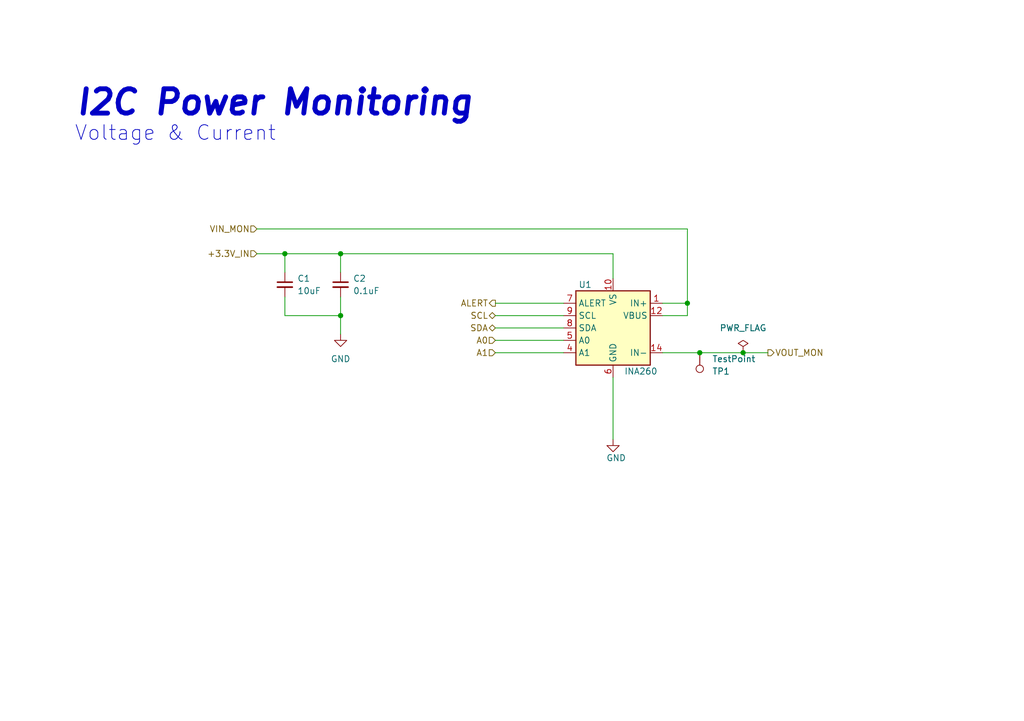
<source format=kicad_sch>
(kicad_sch (version 20211123) (generator eeschema)
  (paper "A5")
  (title_block (title "I2C Power Monitoring (Voltage & Current)") (date "2021-11-20") (rev "4") (company "Copyright © 2022 Christian Kuhtz") (comment 2 "CERN-OHL-W v2 or later"))
  (lib_symbols
    (symbol "Connector:TestPoint" (pin_numbers hide) (pin_names (offset 0.762) hide)
      (property "Reference" "TP" (at 0 6.858 0))
      (property "Value" "TestPoint" (at 0 5.08 0))
      (symbol "TestPoint_0_1"
        (circle (center 0 3.302) (radius 0.762))
      )
      (symbol "TestPoint_1_1"
        (pin passive line (at 0 0 90) (length 2.54) (name "1") (number "1"))
      )
    )
    (symbol "Device:C_Small" (pin_numbers hide) (pin_names (offset 0.254) hide)
      (property "Reference" "C" (at 0.254 1.778 0))
      (property "Value" "C_Small" (at 0.254 -2.032 0))
      (symbol "C_Small_0_1"
        (polyline (pts (xy -1.524 -0.508) (xy 1.524 -0.508)) (stroke (width 0.3302)))
        (polyline (pts (xy -1.524 0.508) (xy 1.524 0.508)) (stroke (width 0.3048)))
      )
      (symbol "C_Small_1_1"
        (pin passive line (at 0 2.54 270) (length 2.032) (name "~") (number "1"))
        (pin passive line (at 0 -2.54 90) (length 2.032) (name "~") (number "2"))
      )
    )
    (symbol "Sensor_I2C_TI:INA260"
      (property "Reference" "U" (at -6.35 8.89 0))
      (property "Value" "INA260" (at 2.54 8.89 0))
      (symbol "INA260_0_1"
        (rectangle (start -7.62 7.62) (end 7.62 -7.62) (stroke (width 0.254)) (fill (type background)))
      )
      (symbol "INA260_1_1"
        (pin passive line (at -10.16 5.08 0) (length 2.54) (name "IN+") (number "1"))
        (pin power_in line (at 0 10.16 270) (length 2.54) (name "VS") (number "10"))
        (pin passive line (at 0 -10.16 90) (length 2.54) hide (name "GND") (number "11"))
        (pin passive line (at -10.16 2.54 0) (length 2.54) (name "VBUS") (number "12"))
        (pin no_connect line (at 2.54 -7.62 90) (length 2.54) hide (name "NC") (number "13"))
        (pin passive line (at -10.16 -5.08 0) (length 2.54) (name "IN-") (number "14"))
        (pin passive line (at -10.16 -5.08 0) (length 2.54) hide (name "IN-") (number "15"))
        (pin passive line (at -10.16 -5.08 0) (length 2.54) hide (name "IN-") (number "16"))
        (pin passive line (at -10.16 5.08 0) (length 2.54) hide (name "IN+") (number "2"))
        (pin passive line (at -10.16 5.08 0) (length 2.54) hide (name "IN+") (number "3"))
        (pin input line (at 10.16 -5.08 180) (length 2.54) (name "A1") (number "4"))
        (pin input line (at 10.16 -2.54 180) (length 2.54) (name "A0") (number "5"))
        (pin power_in line (at 0 -10.16 90) (length 2.54) (name "GND") (number "6"))
        (pin open_collector line (at 10.16 5.08 180) (length 2.54) (name "ALERT") (number "7"))
        (pin bidirectional line (at 10.16 0 180) (length 2.54) (name "SDA") (number "8"))
        (pin input line (at 10.16 2.54 180) (length 2.54) (name "SCL") (number "9"))
      )
    )
    (symbol "power:GND" (power) (pin_names (offset 0))
      (property "Value" "GND" (at 0 -3.81 0))
      (symbol "GND_0_1"
        (polyline (pts (xy 0 0) (xy 0 -1.27) (xy 1.27 -1.27) (xy 0 -2.54) (xy -1.27 -1.27) (xy 0 -1.27)))
      )
      (symbol "GND_1_1"
        (pin power_in line (at 0 0 270) (length 0) hide (name "GND") (number "1"))
      )
    )
    (symbol "power:PWR_FLAG" (power) (pin_numbers hide) (pin_names (offset 0) hide)
      (property "Value" "PWR_FLAG" (at 0 3.81 0))
      (symbol "PWR_FLAG_0_0"
        (pin power_out line (at 0 0 90) (length 0) (name "pwr") (number "1"))
      )
      (symbol "PWR_FLAG_0_1"
        (polyline (pts (xy 0 0) (xy 0 1.27) (xy -1.016 1.905) (xy 0 2.54) (xy 1.016 1.905) (xy 0 1.27)))
      )
    )
  )
  (junction (at 69.85 52.07))
  (junction (at 143.51 72.39))
  (junction (at 69.85 64.77))
  (junction (at 152.4 72.39) (diameter 0.9144))
  (junction (at 140.97 62.23) (diameter 0.9144))
  (junction (at 58.42 52.07))
  (wire (pts (xy 140.97 64.77) (xy 135.89 64.77)))
  (wire (pts (xy 140.97 62.23) (xy 140.97 64.77)))
  (wire (pts (xy 69.85 64.77) (xy 69.85 60.96)))
  (wire (pts (xy 140.97 46.99) (xy 140.97 62.23)))
  (wire (pts (xy 58.42 52.07) (xy 69.85 52.07)))
  (wire (pts (xy 58.42 52.07) (xy 58.42 55.88)))
  (wire (pts (xy 101.6 67.31) (xy 115.57 67.31)))
  (wire (pts (xy 52.705 52.07) (xy 58.42 52.07)))
  (wire (pts (xy 58.42 64.77) (xy 58.42 60.96)))
  (wire (pts (xy 125.73 90.17) (xy 125.73 77.47)))
  (wire (pts (xy 101.6 69.85) (xy 115.57 69.85)))
  (wire (pts (xy 69.85 64.77) (xy 69.85 68.58)))
  (wire (pts (xy 69.85 55.88) (xy 69.85 52.07)))
  (wire (pts (xy 101.6 62.23) (xy 115.57 62.23)))
  (wire (pts (xy 152.4 72.39) (xy 157.48 72.39)))
  (wire (pts (xy 125.73 52.07) (xy 125.73 57.15)))
  (wire (pts (xy 52.705 46.99) (xy 140.97 46.99)))
  (wire (pts (xy 101.6 72.39) (xy 115.57 72.39)))
  (wire (pts (xy 143.51 72.39) (xy 152.4 72.39)))
  (wire (pts (xy 69.85 52.07) (xy 125.73 52.07)))
  (wire (pts (xy 69.85 64.77) (xy 58.42 64.77)))
  (wire (pts (xy 140.97 62.23) (xy 135.89 62.23)))
  (wire (pts (xy 135.89 72.39) (xy 143.51 72.39)))
  (wire (pts (xy 101.6 64.77) (xy 115.57 64.77)))
  (text "Voltage & Current" (at 15.24 29.21 0) (effects (font (size 3 3)) (justify left bottom)))
  (text "I2C Power Monitoring" (at 15.24 24.13 0) (effects (font (size 5 5) (thickness 1) bold italic) (justify left bottom)))
  (hierarchical_label "A0" (shape input) (at 101.6 69.85 180))
  (hierarchical_label "SCL" (shape bidirectional) (at 101.6 64.77 180))
  (hierarchical_label "SDA" (shape bidirectional) (at 101.6 67.31 180))
  (hierarchical_label "A1" (shape input) (at 101.6 72.39 180))
  (hierarchical_label "+3.3V_IN" (shape input) (at 52.705 52.07 180))
  (hierarchical_label "VOUT_MON" (shape output) (at 157.48 72.39 0))
  (hierarchical_label "ALERT" (shape output) (at 101.6 62.23 180))
  (hierarchical_label "VIN_MON" (shape input) (at 52.705 46.99 180))
  (symbol (lib_id "Sensor_I2C_TI:INA260") (at 125.73 67.31 0) (mirror y)
    (property "Reference" "U1" (at 120.015 58.42 0))
    (property "Value" "INA260" (at 131.445 76.2 0))
    (property "Footprint" "Sensor_I2C_TI:TSSOP-16_4.4x5mm_P0.65mm_pin1" (effects hide))
    (property "Datasheet" "http://www.ti.com/lit/ds/symlink/ina260.pdf" (effects hide))
    (property "Manufacturer" "TI" (effects hide))
    (property "MPN" "INA260AIPW" (effects hide))
  )
  (symbol (lib_id "power:GND") (at 125.73 90.17 0)
    (property "Reference" "#PWR03" (effects hide))
    (property "Value" "GND" (at 126.365 93.98 0))
  )
  (symbol (lib_id "power:PWR_FLAG") (at 152.4 72.39 0)
    (property "Reference" "#FLG03" (effects hide))
    (property "Value" "PWR_FLAG" (at 152.4 67.31 0))
  )
  (symbol (lib_id "power:GND") (at 69.85 68.58 0)
    (property "Reference" "#PWR02" (effects hide))
    (property "Value" "GND" (at 69.85 73.66 0))
  )
  (symbol (lib_id "Device:C_Small") (at 69.85 58.42 0)
    (property "Reference" "C2" (at 72.39 57.1562 0) (effects (justify left)))
    (property "Value" "0.1uF" (at 72.39 59.6962 0) (effects (justify left)))
    (property "Footprint" "Capacitor_SMD:C_0402_1005Metric" (effects hide))
  )
  (symbol (lib_id "Device:C_Small") (at 58.42 58.42 0)
    (property "Reference" "C1" (at 60.96 57.1562 0) (effects (justify left)))
    (property "Value" "10uF" (at 60.96 59.6962 0) (effects (justify left)))
    (property "Footprint" "Capacitor_SMD:C_0402_1005Metric" (effects hide))
  )
  (symbol (lib_id "Connector:TestPoint") (at 143.51 72.39 0) (mirror x)
    (property "Reference" "TP1" (at 146.05 76.2 0) (effects (justify left)))
    (property "Value" "TestPoint" (at 146.05 73.66 0) (effects (justify left)))
    (property "Footprint" "TestPoint:TestPoint_Pad_D1.0mm" (effects hide))
    (property "Field4" "nf" (effects hide))
    (property "Field5" "nf" (effects hide))
    (property "Field6" "nf" (effects hide))
    (property "Field7" "nf" (effects hide))
  )
)
</source>
